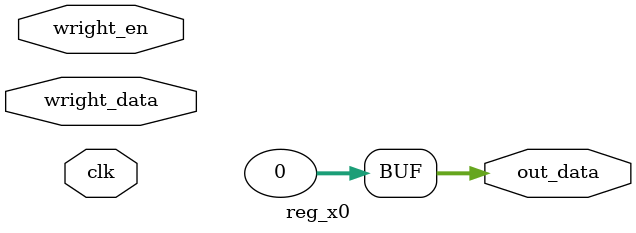
<source format=v>


module reg_x0(
    input clk,
    input wright_en,
    input [31:0] wright_data,
    output wire [31:0] out_data 
    );
    
    assign out_data=32'b0;
    
endmodule

</source>
